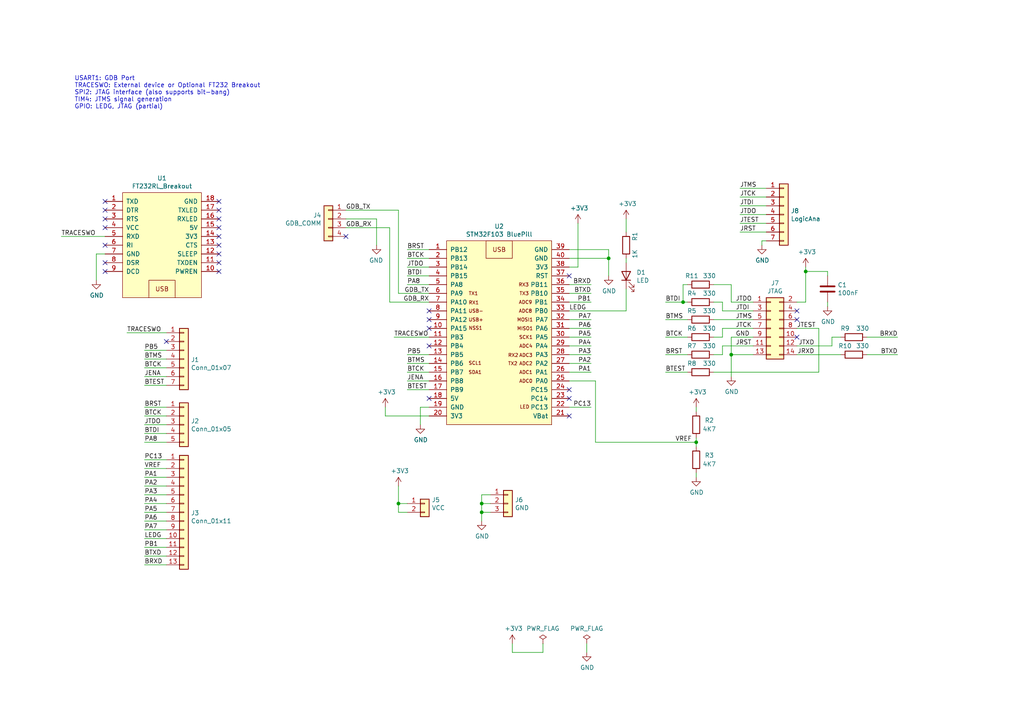
<source format=kicad_sch>
(kicad_sch (version 20211123) (generator eeschema)
  (paper "A4")
  (title_block (title "MSPBMP Development Protoboard") (date "2022-01-09") (rev "3") (company "Mathias Gruber") (comment 1 "With optional TRACE SWO using FT232RL"))
  (lib_symbols
    (symbol "Connector_Generic:Conn_01x02" (pin_names (offset 1.016) hide)
      (property "Reference" "J" (at 0 2.54 0))
      (property "Value" "Conn_01x02" (at 0 -5.08 0))
      (symbol "Conn_01x02_1_1"
        (rectangle (start -1.27 -2.413) (end 0 -2.667) (stroke (width 0.1524)))
        (rectangle (start -1.27 0.127) (end 0 -0.127) (stroke (width 0.1524)))
        (rectangle (start -1.27 1.27) (end 1.27 -3.81) (stroke (width 0.254)) (fill (type background)))
        (pin passive line (at -5.08 0 0) (length 3.81) (name "Pin_1") (number "1"))
        (pin passive line (at -5.08 -2.54 0) (length 3.81) (name "Pin_2") (number "2"))
      )
    )
    (symbol "Connector_Generic:Conn_01x03" (pin_names (offset 1.016) hide)
      (property "Reference" "J" (at 0 5.08 0))
      (property "Value" "Conn_01x03" (at 0 -5.08 0))
      (symbol "Conn_01x03_1_1"
        (rectangle (start -1.27 -2.413) (end 0 -2.667) (stroke (width 0.1524)))
        (rectangle (start -1.27 0.127) (end 0 -0.127) (stroke (width 0.1524)))
        (rectangle (start -1.27 2.667) (end 0 2.413) (stroke (width 0.1524)))
        (rectangle (start -1.27 3.81) (end 1.27 -3.81) (stroke (width 0.254)) (fill (type background)))
        (pin passive line (at -5.08 2.54 0) (length 3.81) (name "Pin_1") (number "1"))
        (pin passive line (at -5.08 0 0) (length 3.81) (name "Pin_2") (number "2"))
        (pin passive line (at -5.08 -2.54 0) (length 3.81) (name "Pin_3") (number "3"))
      )
    )
    (symbol "Connector_Generic:Conn_01x04" (pin_names (offset 1.016) hide)
      (property "Reference" "J" (at 0 5.08 0))
      (property "Value" "Conn_01x04" (at 0 -7.62 0))
      (symbol "Conn_01x04_1_1"
        (rectangle (start -1.27 -4.953) (end 0 -5.207) (stroke (width 0.1524)))
        (rectangle (start -1.27 -2.413) (end 0 -2.667) (stroke (width 0.1524)))
        (rectangle (start -1.27 0.127) (end 0 -0.127) (stroke (width 0.1524)))
        (rectangle (start -1.27 2.667) (end 0 2.413) (stroke (width 0.1524)))
        (rectangle (start -1.27 3.81) (end 1.27 -6.35) (stroke (width 0.254)) (fill (type background)))
        (pin passive line (at -5.08 2.54 0) (length 3.81) (name "Pin_1") (number "1"))
        (pin passive line (at -5.08 0 0) (length 3.81) (name "Pin_2") (number "2"))
        (pin passive line (at -5.08 -2.54 0) (length 3.81) (name "Pin_3") (number "3"))
        (pin passive line (at -5.08 -5.08 0) (length 3.81) (name "Pin_4") (number "4"))
      )
    )
    (symbol "Connector_Generic:Conn_01x05" (pin_names (offset 1.016) hide)
      (property "Reference" "J" (at 0 7.62 0))
      (property "Value" "Conn_01x05" (at 0 -7.62 0))
      (symbol "Conn_01x05_1_1"
        (rectangle (start -1.27 -4.953) (end 0 -5.207) (stroke (width 0.1524)))
        (rectangle (start -1.27 -2.413) (end 0 -2.667) (stroke (width 0.1524)))
        (rectangle (start -1.27 0.127) (end 0 -0.127) (stroke (width 0.1524)))
        (rectangle (start -1.27 2.667) (end 0 2.413) (stroke (width 0.1524)))
        (rectangle (start -1.27 5.207) (end 0 4.953) (stroke (width 0.1524)))
        (rectangle (start -1.27 6.35) (end 1.27 -6.35) (stroke (width 0.254)) (fill (type background)))
        (pin passive line (at -5.08 5.08 0) (length 3.81) (name "Pin_1") (number "1"))
        (pin passive line (at -5.08 2.54 0) (length 3.81) (name "Pin_2") (number "2"))
        (pin passive line (at -5.08 0 0) (length 3.81) (name "Pin_3") (number "3"))
        (pin passive line (at -5.08 -2.54 0) (length 3.81) (name "Pin_4") (number "4"))
        (pin passive line (at -5.08 -5.08 0) (length 3.81) (name "Pin_5") (number "5"))
      )
    )
    (symbol "Connector_Generic:Conn_01x07" (pin_names (offset 1.016) hide)
      (property "Reference" "J" (at 0 10.16 0))
      (property "Value" "Conn_01x07" (at 0 -10.16 0))
      (symbol "Conn_01x07_1_1"
        (rectangle (start -1.27 -7.493) (end 0 -7.747) (stroke (width 0.1524)))
        (rectangle (start -1.27 -4.953) (end 0 -5.207) (stroke (width 0.1524)))
        (rectangle (start -1.27 -2.413) (end 0 -2.667) (stroke (width 0.1524)))
        (rectangle (start -1.27 0.127) (end 0 -0.127) (stroke (width 0.1524)))
        (rectangle (start -1.27 2.667) (end 0 2.413) (stroke (width 0.1524)))
        (rectangle (start -1.27 5.207) (end 0 4.953) (stroke (width 0.1524)))
        (rectangle (start -1.27 7.747) (end 0 7.493) (stroke (width 0.1524)))
        (rectangle (start -1.27 8.89) (end 1.27 -8.89) (stroke (width 0.254)) (fill (type background)))
        (pin passive line (at -5.08 7.62 0) (length 3.81) (name "Pin_1") (number "1"))
        (pin passive line (at -5.08 5.08 0) (length 3.81) (name "Pin_2") (number "2"))
        (pin passive line (at -5.08 2.54 0) (length 3.81) (name "Pin_3") (number "3"))
        (pin passive line (at -5.08 0 0) (length 3.81) (name "Pin_4") (number "4"))
        (pin passive line (at -5.08 -2.54 0) (length 3.81) (name "Pin_5") (number "5"))
        (pin passive line (at -5.08 -5.08 0) (length 3.81) (name "Pin_6") (number "6"))
        (pin passive line (at -5.08 -7.62 0) (length 3.81) (name "Pin_7") (number "7"))
      )
    )
    (symbol "Connector_Generic:Conn_01x13" (pin_names (offset 1.016) hide)
      (property "Reference" "J" (at 0 17.78 0))
      (property "Value" "Conn_01x13" (at 0 -17.78 0))
      (symbol "Conn_01x13_1_1"
        (rectangle (start -1.27 -15.113) (end 0 -15.367) (stroke (width 0.1524)))
        (rectangle (start -1.27 -12.573) (end 0 -12.827) (stroke (width 0.1524)))
        (rectangle (start -1.27 -10.033) (end 0 -10.287) (stroke (width 0.1524)))
        (rectangle (start -1.27 -7.493) (end 0 -7.747) (stroke (width 0.1524)))
        (rectangle (start -1.27 -4.953) (end 0 -5.207) (stroke (width 0.1524)))
        (rectangle (start -1.27 -2.413) (end 0 -2.667) (stroke (width 0.1524)))
        (rectangle (start -1.27 0.127) (end 0 -0.127) (stroke (width 0.1524)))
        (rectangle (start -1.27 2.667) (end 0 2.413) (stroke (width 0.1524)))
        (rectangle (start -1.27 5.207) (end 0 4.953) (stroke (width 0.1524)))
        (rectangle (start -1.27 7.747) (end 0 7.493) (stroke (width 0.1524)))
        (rectangle (start -1.27 10.287) (end 0 10.033) (stroke (width 0.1524)))
        (rectangle (start -1.27 12.827) (end 0 12.573) (stroke (width 0.1524)))
        (rectangle (start -1.27 15.367) (end 0 15.113) (stroke (width 0.1524)))
        (rectangle (start -1.27 16.51) (end 1.27 -16.51) (stroke (width 0.254)) (fill (type background)))
        (pin passive line (at -5.08 15.24 0) (length 3.81) (name "Pin_1") (number "1"))
        (pin passive line (at -5.08 -7.62 0) (length 3.81) (name "Pin_10") (number "10"))
        (pin passive line (at -5.08 -10.16 0) (length 3.81) (name "Pin_11") (number "11"))
        (pin passive line (at -5.08 -12.7 0) (length 3.81) (name "Pin_12") (number "12"))
        (pin passive line (at -5.08 -15.24 0) (length 3.81) (name "Pin_13") (number "13"))
        (pin passive line (at -5.08 12.7 0) (length 3.81) (name "Pin_2") (number "2"))
        (pin passive line (at -5.08 10.16 0) (length 3.81) (name "Pin_3") (number "3"))
        (pin passive line (at -5.08 7.62 0) (length 3.81) (name "Pin_4") (number "4"))
        (pin passive line (at -5.08 5.08 0) (length 3.81) (name "Pin_5") (number "5"))
        (pin passive line (at -5.08 2.54 0) (length 3.81) (name "Pin_6") (number "6"))
        (pin passive line (at -5.08 0 0) (length 3.81) (name "Pin_7") (number "7"))
        (pin passive line (at -5.08 -2.54 0) (length 3.81) (name "Pin_8") (number "8"))
        (pin passive line (at -5.08 -5.08 0) (length 3.81) (name "Pin_9") (number "9"))
      )
    )
    (symbol "Connector_Generic:Conn_02x07_Odd_Even" (pin_names (offset 1.016) hide)
      (property "Reference" "J" (at 1.27 10.16 0))
      (property "Value" "Conn_02x07_Odd_Even" (at 1.27 -10.16 0))
      (symbol "Conn_02x07_Odd_Even_1_1"
        (rectangle (start -1.27 -7.493) (end 0 -7.747) (stroke (width 0.1524)))
        (rectangle (start -1.27 -4.953) (end 0 -5.207) (stroke (width 0.1524)))
        (rectangle (start -1.27 -2.413) (end 0 -2.667) (stroke (width 0.1524)))
        (rectangle (start -1.27 0.127) (end 0 -0.127) (stroke (width 0.1524)))
        (rectangle (start -1.27 2.667) (end 0 2.413) (stroke (width 0.1524)))
        (rectangle (start -1.27 5.207) (end 0 4.953) (stroke (width 0.1524)))
        (rectangle (start -1.27 7.747) (end 0 7.493) (stroke (width 0.1524)))
        (rectangle (start -1.27 8.89) (end 3.81 -8.89) (stroke (width 0.254)) (fill (type background)))
        (rectangle (start 3.81 -7.493) (end 2.54 -7.747) (stroke (width 0.1524)))
        (rectangle (start 3.81 -4.953) (end 2.54 -5.207) (stroke (width 0.1524)))
        (rectangle (start 3.81 -2.413) (end 2.54 -2.667) (stroke (width 0.1524)))
        (rectangle (start 3.81 0.127) (end 2.54 -0.127) (stroke (width 0.1524)))
        (rectangle (start 3.81 2.667) (end 2.54 2.413) (stroke (width 0.1524)))
        (rectangle (start 3.81 5.207) (end 2.54 4.953) (stroke (width 0.1524)))
        (rectangle (start 3.81 7.747) (end 2.54 7.493) (stroke (width 0.1524)))
        (pin passive line (at -5.08 7.62 0) (length 3.81) (name "Pin_1") (number "1"))
        (pin passive line (at 7.62 -2.54 180) (length 3.81) (name "Pin_10") (number "10"))
        (pin passive line (at -5.08 -5.08 0) (length 3.81) (name "Pin_11") (number "11"))
        (pin passive line (at 7.62 -5.08 180) (length 3.81) (name "Pin_12") (number "12"))
        (pin passive line (at -5.08 -7.62 0) (length 3.81) (name "Pin_13") (number "13"))
        (pin passive line (at 7.62 -7.62 180) (length 3.81) (name "Pin_14") (number "14"))
        (pin passive line (at 7.62 7.62 180) (length 3.81) (name "Pin_2") (number "2"))
        (pin passive line (at -5.08 5.08 0) (length 3.81) (name "Pin_3") (number "3"))
        (pin passive line (at 7.62 5.08 180) (length 3.81) (name "Pin_4") (number "4"))
        (pin passive line (at -5.08 2.54 0) (length 3.81) (name "Pin_5") (number "5"))
        (pin passive line (at 7.62 2.54 180) (length 3.81) (name "Pin_6") (number "6"))
        (pin passive line (at -5.08 0 0) (length 3.81) (name "Pin_7") (number "7"))
        (pin passive line (at 7.62 0 180) (length 3.81) (name "Pin_8") (number "8"))
        (pin passive line (at -5.08 -2.54 0) (length 3.81) (name "Pin_9") (number "9"))
      )
    )
    (symbol "Device:C" (pin_numbers hide) (pin_names (offset 0.254))
      (property "Reference" "C" (at 0.635 2.54 0))
      (property "Value" "C" (at 0.635 -2.54 0))
      (symbol "C_0_1"
        (polyline (pts (xy -2.032 -0.762) (xy 2.032 -0.762)) (stroke (width 0.508)))
        (polyline (pts (xy -2.032 0.762) (xy 2.032 0.762)) (stroke (width 0.508)))
      )
      (symbol "C_1_1"
        (pin passive line (at 0 3.81 270) (length 2.794) (name "~") (number "1"))
        (pin passive line (at 0 -3.81 90) (length 2.794) (name "~") (number "2"))
      )
    )
    (symbol "Device:LED" (pin_numbers hide) (pin_names (offset 1.016) hide)
      (property "Reference" "D" (at 0 2.54 0))
      (property "Value" "LED" (at 0 -2.54 0))
      (symbol "LED_0_1"
        (polyline (pts (xy -1.27 -1.27) (xy -1.27 1.27)) (stroke (width 0.254)))
        (polyline (pts (xy -1.27 0) (xy 1.27 0)))
        (polyline (pts (xy 1.27 -1.27) (xy 1.27 1.27) (xy -1.27 0) (xy 1.27 -1.27)) (stroke (width 0.254)))
        (polyline (pts (xy -3.048 -0.762) (xy -4.572 -2.286) (xy -3.81 -2.286) (xy -4.572 -2.286) (xy -4.572 -1.524)))
        (polyline (pts (xy -1.778 -0.762) (xy -3.302 -2.286) (xy -2.54 -2.286) (xy -3.302 -2.286) (xy -3.302 -1.524)))
      )
      (symbol "LED_1_1"
        (pin passive line (at -3.81 0 0) (length 2.54) (name "K") (number "1"))
        (pin passive line (at 3.81 0 180) (length 2.54) (name "A") (number "2"))
      )
    )
    (symbol "Device:R" (pin_numbers hide) (pin_names (offset 0))
      (property "Reference" "R" (at 2.032 0 90))
      (property "Value" "R" (at 0 0 90))
      (symbol "R_0_1"
        (rectangle (start -1.016 -2.54) (end 1.016 2.54) (stroke (width 0.254)))
      )
      (symbol "R_1_1"
        (pin passive line (at 0 3.81 270) (length 1.27) (name "~") (number "1"))
        (pin passive line (at 0 -3.81 90) (length 1.27) (name "~") (number "2"))
      )
    )
    (symbol "FT232RL_Breakout:FT232RL_Breakout" (pin_names (offset 1.016))
      (property "Reference" "U" (at -8.89 16.51 0))
      (property "Value" "FT232RL_Breakout" (at 0 2.54 90))
      (symbol "FT232RL_Breakout_0_0"
        (text "USB" (at 0 -12.7 0) (effects (font (size 1.27 1.27))))
      )
      (symbol "FT232RL_Breakout_0_1"
        (rectangle (start -11.43 15.24) (end 11.43 -15.24) (fill (type background)))
        (rectangle (start 3.81 -10.16) (end -3.81 -15.24))
      )
      (symbol "FT232RL_Breakout_1_1"
        (pin output line (at -16.51 12.7 0) (length 5.08) (name "TXD") (number "1"))
        (pin bidirectional line (at 16.51 -7.62 180) (length 5.08) (name "PWREN") (number "10"))
        (pin bidirectional line (at 16.51 -5.08 180) (length 5.08) (name "TXDEN") (number "11"))
        (pin bidirectional line (at 16.51 -2.54 180) (length 5.08) (name "SLEEP") (number "12"))
        (pin input line (at 16.51 0 180) (length 5.08) (name "CTS") (number "13"))
        (pin power_out line (at 16.51 2.54 180) (length 5.08) (name "3V3") (number "14"))
        (pin power_out line (at 16.51 5.08 180) (length 5.08) (name "5V") (number "15"))
        (pin bidirectional line (at 16.51 7.62 180) (length 5.08) (name "RXLED") (number "16"))
        (pin bidirectional line (at 16.51 10.16 180) (length 5.08) (name "TXLED") (number "17"))
        (pin power_in line (at 16.51 12.7 180) (length 5.08) (name "GND") (number "18"))
        (pin output line (at -16.51 10.16 0) (length 5.08) (name "DTR") (number "2"))
        (pin output line (at -16.51 7.62 0) (length 5.08) (name "RTS") (number "3"))
        (pin power_out line (at -16.51 5.08 0) (length 5.08) (name "VCC") (number "4"))
        (pin input line (at -16.51 2.54 0) (length 5.08) (name "RXD") (number "5"))
        (pin input line (at -16.51 0 0) (length 5.08) (name "RI") (number "6"))
        (pin power_in line (at -16.51 -2.54 0) (length 5.08) (name "GND") (number "7"))
        (pin input line (at -16.51 -5.08 0) (length 5.08) (name "DSR") (number "8"))
        (pin input line (at -16.51 -7.62 0) (length 5.08) (name "DCD") (number "9"))
      )
    )
    (symbol "YAAJ_BluePill_Part_Like:YAAJ_BluePill_Part_Like" (pin_names (offset 1.016))
      (property "Reference" "U" (at -7.62 26.67 0))
      (property "Value" "YAAJ_BluePill_Part_Like" (at 0 2.54 90))
      (symbol "YAAJ_BluePill_Part_Like_0_0"
        (text "ADC0" (at 7.747 -15.24 0) (effects (font (size 0.9906 0.9906))))
        (text "ADC1" (at 7.747 -12.7 0) (effects (font (size 0.9906 0.9906))))
        (text "ADC2" (at 7.747 -10.16 0) (effects (font (size 0.9906 0.9906))))
        (text "ADC3" (at 7.747 -7.747 0) (effects (font (size 0.9906 0.9906))))
        (text "ADC4" (at 7.747 -5.08 0) (effects (font (size 0.9906 0.9906))))
        (text "ADC8" (at 7.62 5.08 0) (effects (font (size 0.9906 0.9906))))
        (text "ADC9" (at 7.62 7.62 0) (effects (font (size 0.9906 0.9906))))
        (text "LED" (at 7.366 -22.733 0) (effects (font (size 0.9906 0.9906))))
        (text "MISO1" (at 7.493 0 0) (effects (font (size 0.9906 0.9906))))
        (text "MOSI1" (at 7.493 2.54 0) (effects (font (size 0.9906 0.9906))))
        (text "NSS1" (at -6.858 0.127 0) (effects (font (size 0.9906 0.9906))))
        (text "RX1" (at -7.366 7.493 0) (effects (font (size 0.9906 0.9906))))
        (text "RX2" (at 4.064 -7.747 0) (effects (font (size 0.9906 0.9906))))
        (text "RX3" (at 7.112 12.7 0) (effects (font (size 0.9906 0.9906))))
        (text "SCK1" (at 7.747 -2.54 0) (effects (font (size 0.9906 0.9906))))
        (text "SCL1" (at -6.985 -10.033 0) (effects (font (size 0.9906 0.9906))))
        (text "SDA1" (at -6.985 -12.7 0) (effects (font (size 0.9906 0.9906))))
        (text "TX1" (at -7.493 10.16 0) (effects (font (size 0.9906 0.9906))))
        (text "TX2" (at 3.937 -10.16 0) (effects (font (size 0.9906 0.9906))))
        (text "TX3" (at 7.239 10.16 0) (effects (font (size 0.9906 0.9906))))
        (text "USB" (at 0 22.86 0) (effects (font (size 1.27 1.27))))
        (text "USB+" (at -6.731 2.54 0) (effects (font (size 0.9906 0.9906))))
        (text "USB-" (at -6.731 5.08 0) (effects (font (size 0.9906 0.9906))))
      )
      (symbol "YAAJ_BluePill_Part_Like_0_1"
        (rectangle (start -15.24 25.4) (end 15.24 -27.94) (fill (type background)))
        (rectangle (start 3.81 25.4) (end -3.81 20.32))
      )
      (symbol "YAAJ_BluePill_Part_Like_1_1"
        (pin bidirectional line (at -20.32 22.86 0) (length 5.08) (name "PB12") (number "1"))
        (pin bidirectional line (at -20.32 0 0) (length 5.08) (name "PA15") (number "10"))
        (pin bidirectional line (at -20.32 -2.54 0) (length 5.08) (name "PB3") (number "11"))
        (pin bidirectional line (at -20.32 -5.08 0) (length 5.08) (name "PB4") (number "12"))
        (pin bidirectional line (at -20.32 -7.62 0) (length 5.08) (name "PB5") (number "13"))
        (pin bidirectional line (at -20.32 -10.16 0) (length 5.08) (name "PB6") (number "14"))
        (pin bidirectional line (at -20.32 -12.7 0) (length 5.08) (name "PB7") (number "15"))
        (pin bidirectional line (at -20.32 -15.24 0) (length 5.08) (name "PB8") (number "16"))
        (pin bidirectional line (at -20.32 -17.78 0) (length 5.08) (name "PB9") (number "17"))
        (pin power_in line (at -20.32 -20.32 0) (length 5.08) (name "5V") (number "18"))
        (pin power_in line (at -20.32 -22.86 0) (length 5.08) (name "GND") (number "19"))
        (pin bidirectional line (at -20.32 20.32 0) (length 5.08) (name "PB13") (number "2"))
        (pin power_in line (at -20.32 -25.4 0) (length 5.08) (name "3V3") (number "20"))
        (pin power_in line (at 20.32 -25.4 180) (length 5.08) (name "VBat") (number "21"))
        (pin bidirectional line (at 20.32 -22.86 180) (length 5.08) (name "PC13") (number "22"))
        (pin bidirectional line (at 20.32 -20.32 180) (length 5.08) (name "PC14") (number "23"))
        (pin bidirectional line (at 20.32 -17.78 180) (length 5.08) (name "PC15") (number "24"))
        (pin bidirectional line (at 20.32 -15.24 180) (length 5.08) (name "PA0") (number "25"))
        (pin bidirectional line (at 20.32 -12.7 180) (length 5.08) (name "PA1") (number "26"))
        (pin bidirectional line (at 20.32 -10.16 180) (length 5.08) (name "PA2") (number "27"))
        (pin bidirectional line (at 20.32 -7.62 180) (length 5.08) (name "PA3") (number "28"))
        (pin bidirectional line (at 20.32 -5.08 180) (length 5.08) (name "PA4") (number "29"))
        (pin bidirectional line (at -20.32 17.78 0) (length 5.08) (name "PB14") (number "3"))
        (pin bidirectional line (at 20.32 -2.54 180) (length 5.08) (name "PA5") (number "30"))
        (pin bidirectional line (at 20.32 0 180) (length 5.08) (name "PA6") (number "31"))
        (pin bidirectional line (at 20.32 2.54 180) (length 5.08) (name "PA7") (number "32"))
        (pin bidirectional line (at 20.32 5.08 180) (length 5.08) (name "PB0") (number "33"))
        (pin bidirectional line (at 20.32 7.62 180) (length 5.08) (name "PB1") (number "34"))
        (pin bidirectional line (at 20.32 10.16 180) (length 5.08) (name "PB10") (number "35"))
        (pin bidirectional line (at 20.32 12.7 180) (length 5.08) (name "PB11") (number "36"))
        (pin input line (at 20.32 15.24 180) (length 5.08) (name "RST") (number "37"))
        (pin power_in line (at 20.32 17.78 180) (length 5.08) (name "3V3") (number "38"))
        (pin power_in line (at 20.32 22.86 180) (length 5.08) (name "GND") (number "39"))
        (pin bidirectional line (at -20.32 15.24 0) (length 5.08) (name "PB15") (number "4"))
        (pin power_in line (at 20.32 20.32 180) (length 5.08) (name "GND") (number "40"))
        (pin bidirectional line (at -20.32 12.7 0) (length 5.08) (name "PA8") (number "5"))
        (pin bidirectional line (at -20.32 10.16 0) (length 5.08) (name "PA9") (number "6"))
        (pin bidirectional line (at -20.32 7.62 0) (length 5.08) (name "PA10") (number "7"))
        (pin bidirectional line (at -20.32 5.08 0) (length 5.08) (name "PA11") (number "8"))
        (pin bidirectional line (at -20.32 2.54 0) (length 5.08) (name "PA12") (number "9"))
      )
    )
    (symbol "power:+3V3" (power) (pin_names (offset 0))
      (property "Value" "+3V3" (at 0 3.556 0))
      (symbol "+3V3_0_1"
        (polyline (pts (xy -0.762 1.27) (xy 0 2.54)))
        (polyline (pts (xy 0 0) (xy 0 2.54)))
        (polyline (pts (xy 0 2.54) (xy 0.762 1.27)))
      )
      (symbol "+3V3_1_1"
        (pin power_in line (at 0 0 90) (length 0) hide (name "+3V3") (number "1"))
      )
    )
    (symbol "power:GND" (power) (pin_names (offset 0))
      (property "Value" "GND" (at 0 -3.81 0))
      (symbol "GND_0_1"
        (polyline (pts (xy 0 0) (xy 0 -1.27) (xy 1.27 -1.27) (xy 0 -2.54) (xy -1.27 -1.27) (xy 0 -1.27)))
      )
      (symbol "GND_1_1"
        (pin power_in line (at 0 0 270) (length 0) hide (name "GND") (number "1"))
      )
    )
    (symbol "power:PWR_FLAG" (power) (pin_numbers hide) (pin_names (offset 0) hide)
      (property "Value" "PWR_FLAG" (at 0 3.81 0))
      (symbol "PWR_FLAG_0_0"
        (pin power_out line (at 0 0 90) (length 0) (name "pwr") (number "1"))
      )
      (symbol "PWR_FLAG_0_1"
        (polyline (pts (xy 0 0) (xy 0 1.27) (xy -1.016 1.905) (xy 0 2.54) (xy 1.016 1.905) (xy 0 1.27)))
      )
    )
  )
  (junction (at 115.57 146.05))
  (junction (at 139.7 148.59))
  (junction (at 176.53 74.93))
  (junction (at 198.12 87.63))
  (junction (at 212.09 102.87))
  (junction (at 139.7 146.05))
  (junction (at 233.68 78.74))
  (junction (at 201.93 128.27))
  (no_connect (at 124.46 115.57))
  (no_connect (at 165.1 113.03))
  (no_connect (at 63.5 60.96))
  (no_connect (at 124.46 90.17))
  (no_connect (at 30.48 63.5))
  (no_connect (at 30.48 78.74))
  (no_connect (at 30.48 76.2))
  (no_connect (at 231.14 90.17))
  (no_connect (at 165.1 80.01))
  (no_connect (at 30.48 71.12))
  (no_connect (at 63.5 63.5))
  (no_connect (at 63.5 58.42))
  (no_connect (at 63.5 76.2))
  (no_connect (at 30.48 66.04))
  (no_connect (at 30.48 60.96))
  (no_connect (at 124.46 100.33))
  (no_connect (at 63.5 68.58))
  (no_connect (at 63.5 66.04))
  (no_connect (at 124.46 92.71))
  (no_connect (at 100.33 68.58))
  (no_connect (at 124.46 95.25))
  (no_connect (at 231.14 97.79))
  (no_connect (at 165.1 120.65))
  (no_connect (at 165.1 115.57))
  (no_connect (at 30.48 58.42))
  (no_connect (at 63.5 71.12))
  (no_connect (at 63.5 73.66))
  (no_connect (at 231.14 92.71))
  (no_connect (at 63.5 78.74))
  (no_connect (at 48.26 99.06))
  (wire (pts (xy 139.7 151.13) (xy 139.7 148.59)))
  (wire (pts (xy 115.57 140.97) (xy 115.57 146.05)))
  (wire (pts (xy 170.18 189.23) (xy 170.18 186.69)))
  (wire (pts (xy 165.1 72.39) (xy 176.53 72.39)))
  (wire (pts (xy 172.72 110.49) (xy 172.72 128.27)))
  (wire (pts (xy 218.44 87.63) (xy 212.09 87.63)))
  (wire (pts (xy 181.61 90.17) (xy 165.1 90.17)))
  (wire (pts (xy 124.46 85.09) (xy 115.57 85.09)))
  (wire (pts (xy 48.26 163.83) (xy 41.91 163.83)))
  (wire (pts (xy 165.1 110.49) (xy 172.72 110.49)))
  (wire (pts (xy 212.09 97.79) (xy 212.09 102.87)))
  (wire (pts (xy 30.48 68.58) (xy 17.78 68.58)))
  (wire (pts (xy 209.55 97.79) (xy 207.01 97.79)))
  (wire (pts (xy 241.3 97.79) (xy 243.84 97.79)))
  (wire (pts (xy 209.55 102.87) (xy 207.01 102.87)))
  (wire (pts (xy 181.61 83.82) (xy 181.61 90.17)))
  (wire (pts (xy 212.09 102.87) (xy 212.09 109.22)))
  (wire (pts (xy 181.61 67.31) (xy 181.61 63.5)))
  (wire (pts (xy 115.57 85.09) (xy 115.57 60.96)))
  (wire (pts (xy 237.49 95.25) (xy 237.49 107.95)))
  (wire (pts (xy 218.44 97.79) (xy 212.09 97.79)))
  (wire (pts (xy 199.39 82.55) (xy 198.12 82.55)))
  (wire (pts (xy 124.46 72.39) (xy 118.11 72.39)))
  (wire (pts (xy 172.72 128.27) (xy 201.93 128.27)))
  (wire (pts (xy 222.25 62.23) (xy 214.63 62.23)))
  (wire (pts (xy 124.46 97.79) (xy 114.3 97.79)))
  (wire (pts (xy 109.22 63.5) (xy 109.22 71.12)))
  (wire (pts (xy 124.46 107.95) (xy 118.11 107.95)))
  (wire (pts (xy 251.46 102.87) (xy 260.35 102.87)))
  (wire (pts (xy 142.24 146.05) (xy 139.7 146.05)))
  (wire (pts (xy 48.26 104.14) (xy 41.91 104.14)))
  (wire (pts (xy 240.03 80.01) (xy 240.03 78.74)))
  (wire (pts (xy 199.39 97.79) (xy 193.04 97.79)))
  (wire (pts (xy 48.26 133.35) (xy 41.91 133.35)))
  (wire (pts (xy 233.68 78.74) (xy 233.68 77.47)))
  (wire (pts (xy 218.44 102.87) (xy 212.09 102.87)))
  (wire (pts (xy 48.26 161.29) (xy 41.91 161.29)))
  (wire (pts (xy 100.33 60.96) (xy 115.57 60.96)))
  (wire (pts (xy 48.26 146.05) (xy 41.91 146.05)))
  (wire (pts (xy 212.09 82.55) (xy 207.01 82.55)))
  (wire (pts (xy 48.26 158.75) (xy 41.91 158.75)))
  (wire (pts (xy 165.1 92.71) (xy 171.45 92.71)))
  (wire (pts (xy 124.46 74.93) (xy 118.11 74.93)))
  (wire (pts (xy 241.3 100.33) (xy 241.3 97.79)))
  (wire (pts (xy 157.48 189.23) (xy 148.59 189.23)))
  (wire (pts (xy 240.03 88.9) (xy 240.03 87.63)))
  (wire (pts (xy 198.12 82.55) (xy 198.12 87.63)))
  (wire (pts (xy 181.61 76.2) (xy 181.61 74.93)))
  (wire (pts (xy 48.26 148.59) (xy 41.91 148.59)))
  (wire (pts (xy 237.49 107.95) (xy 207.01 107.95)))
  (wire (pts (xy 222.25 67.31) (xy 214.63 67.31)))
  (wire (pts (xy 165.1 74.93) (xy 176.53 74.93)))
  (wire (pts (xy 48.26 96.52) (xy 36.83 96.52)))
  (wire (pts (xy 165.1 87.63) (xy 171.45 87.63)))
  (wire (pts (xy 100.33 63.5) (xy 109.22 63.5)))
  (wire (pts (xy 199.39 102.87) (xy 193.04 102.87)))
  (wire (pts (xy 48.26 125.73) (xy 41.91 125.73)))
  (wire (pts (xy 222.25 64.77) (xy 214.63 64.77)))
  (wire (pts (xy 48.26 128.27) (xy 41.91 128.27)))
  (wire (pts (xy 212.09 87.63) (xy 212.09 82.55)))
  (wire (pts (xy 139.7 146.05) (xy 139.7 143.51)))
  (wire (pts (xy 48.26 118.11) (xy 41.91 118.11)))
  (wire (pts (xy 48.26 138.43) (xy 41.91 138.43)))
  (wire (pts (xy 124.46 113.03) (xy 118.11 113.03)))
  (wire (pts (xy 209.55 90.17) (xy 209.55 87.63)))
  (wire (pts (xy 100.33 66.04) (xy 113.03 66.04)))
  (wire (pts (xy 193.04 87.63) (xy 198.12 87.63)))
  (wire (pts (xy 142.24 148.59) (xy 139.7 148.59)))
  (wire (pts (xy 157.48 186.69) (xy 157.48 189.23)))
  (wire (pts (xy 231.14 102.87) (xy 243.84 102.87)))
  (wire (pts (xy 220.98 71.12) (xy 220.98 69.85)))
  (wire (pts (xy 201.93 137.16) (xy 201.93 138.43)))
  (wire (pts (xy 222.25 57.15) (xy 214.63 57.15)))
  (wire (pts (xy 209.55 95.25) (xy 209.55 97.79)))
  (wire (pts (xy 118.11 146.05) (xy 115.57 146.05)))
  (wire (pts (xy 193.04 107.95) (xy 199.39 107.95)))
  (wire (pts (xy 148.59 189.23) (xy 148.59 186.69)))
  (wire (pts (xy 218.44 90.17) (xy 209.55 90.17)))
  (wire (pts (xy 233.68 87.63) (xy 233.68 78.74)))
  (wire (pts (xy 124.46 77.47) (xy 118.11 77.47)))
  (wire (pts (xy 165.1 105.41) (xy 171.45 105.41)))
  (wire (pts (xy 124.46 80.01) (xy 118.11 80.01)))
  (wire (pts (xy 165.1 97.79) (xy 171.45 97.79)))
  (wire (pts (xy 48.26 156.21) (xy 41.91 156.21)))
  (wire (pts (xy 115.57 146.05) (xy 115.57 148.59)))
  (wire (pts (xy 167.64 64.77) (xy 167.64 77.47)))
  (wire (pts (xy 165.1 118.11) (xy 171.45 118.11)))
  (wire (pts (xy 176.53 72.39) (xy 176.53 74.93)))
  (wire (pts (xy 231.14 100.33) (xy 241.3 100.33)))
  (wire (pts (xy 48.26 120.65) (xy 41.91 120.65)))
  (wire (pts (xy 165.1 100.33) (xy 171.45 100.33)))
  (wire (pts (xy 30.48 73.66) (xy 27.94 73.66)))
  (wire (pts (xy 124.46 105.41) (xy 118.11 105.41)))
  (wire (pts (xy 165.1 85.09) (xy 171.45 85.09)))
  (wire (pts (xy 201.93 127) (xy 201.93 128.27)))
  (wire (pts (xy 218.44 100.33) (xy 209.55 100.33)))
  (wire (pts (xy 222.25 59.69) (xy 214.63 59.69)))
  (wire (pts (xy 48.26 135.89) (xy 41.91 135.89)))
  (wire (pts (xy 48.26 153.67) (xy 41.91 153.67)))
  (wire (pts (xy 209.55 87.63) (xy 207.01 87.63)))
  (wire (pts (xy 48.26 111.76) (xy 41.91 111.76)))
  (wire (pts (xy 124.46 118.11) (xy 121.92 118.11)))
  (wire (pts (xy 48.26 140.97) (xy 41.91 140.97)))
  (wire (pts (xy 124.46 87.63) (xy 113.03 87.63)))
  (wire (pts (xy 48.26 109.22) (xy 41.91 109.22)))
  (wire (pts (xy 115.57 148.59) (xy 118.11 148.59)))
  (wire (pts (xy 231.14 87.63) (xy 233.68 87.63)))
  (wire (pts (xy 111.76 120.65) (xy 111.76 118.11)))
  (wire (pts (xy 240.03 78.74) (xy 233.68 78.74)))
  (wire (pts (xy 198.12 87.63) (xy 199.39 87.63)))
  (wire (pts (xy 218.44 95.25) (xy 209.55 95.25)))
  (wire (pts (xy 176.53 74.93) (xy 176.53 80.01)))
  (wire (pts (xy 113.03 87.63) (xy 113.03 66.04)))
  (wire (pts (xy 139.7 143.51) (xy 142.24 143.51)))
  (wire (pts (xy 121.92 118.11) (xy 121.92 123.19)))
  (wire (pts (xy 201.93 128.27) (xy 201.93 129.54)))
  (wire (pts (xy 218.44 92.71) (xy 207.01 92.71)))
  (wire (pts (xy 124.46 82.55) (xy 118.11 82.55)))
  (wire (pts (xy 48.26 101.6) (xy 41.91 101.6)))
  (wire (pts (xy 48.26 143.51) (xy 41.91 143.51)))
  (wire (pts (xy 165.1 82.55) (xy 171.45 82.55)))
  (wire (pts (xy 199.39 92.71) (xy 193.04 92.71)))
  (wire (pts (xy 124.46 120.65) (xy 111.76 120.65)))
  (wire (pts (xy 201.93 118.11) (xy 201.93 119.38)))
  (wire (pts (xy 27.94 73.66) (xy 27.94 81.28)))
  (wire (pts (xy 139.7 148.59) (xy 139.7 146.05)))
  (wire (pts (xy 48.26 151.13) (xy 41.91 151.13)))
  (wire (pts (xy 124.46 102.87) (xy 118.11 102.87)))
  (wire (pts (xy 165.1 95.25) (xy 171.45 95.25)))
  (wire (pts (xy 48.26 123.19) (xy 41.91 123.19)))
  (wire (pts (xy 222.25 54.61) (xy 214.63 54.61)))
  (wire (pts (xy 231.14 95.25) (xy 237.49 95.25)))
  (wire (pts (xy 220.98 69.85) (xy 222.25 69.85)))
  (wire (pts (xy 209.55 100.33) (xy 209.55 102.87)))
  (wire (pts (xy 165.1 77.47) (xy 167.64 77.47)))
  (wire (pts (xy 251.46 97.79) (xy 260.35 97.79)))
  (wire (pts (xy 48.26 106.68) (xy 41.91 106.68)))
  (wire (pts (xy 165.1 102.87) (xy 171.45 102.87)))
  (wire (pts (xy 124.46 110.49) (xy 118.11 110.49)))
  (wire (pts (xy 165.1 107.95) (xy 171.45 107.95)))
  (text "USART1: GDB Port\nTRACESWO: External device or Optional FT232 Breakout\nSPI2: JTAG interface (also supports bit-bang)\nTIM4: JTMS signal generation\nGPIO: LEDG, JTAG (partial)" (at 21.59 31.75 0) (effects (font (size 1.27 1.27)) (justify left bottom)))
  (label "PA4" (at 171.45 100.33 180))
  (label "JENA" (at 41.91 109.22 0))
  (label "TRACESWO" (at 36.83 96.52 0))
  (label "BTCK" (at 41.91 120.65 0))
  (label "PB5" (at 118.11 102.87 0))
  (label "PA6" (at 171.45 95.25 180))
  (label "BTDI" (at 118.11 80.01 0))
  (label "JTCK" (at 214.63 57.15 0))
  (label "JTMS" (at 214.63 54.61 0))
  (label "BRST" (at 118.11 72.39 0))
  (label "PA2" (at 41.91 140.97 0))
  (label "PB1" (at 41.91 158.75 0))
  (label "BTMS" (at 193.04 92.71 0))
  (label "PA5" (at 171.45 97.79 180))
  (label "JTEST" (at 231.14 95.25 0))
  (label "BTXD" (at 260.35 102.87 180))
  (label "BTCK" (at 41.91 106.68 0))
  (label "JTDO" (at 214.63 62.23 0))
  (label "JENA" (at 118.11 110.49 0))
  (label "PA8" (at 118.11 82.55 0))
  (label "BTDI" (at 41.91 125.73 0))
  (label "PA3" (at 41.91 143.51 0))
  (label "PA1" (at 41.91 138.43 0))
  (label "JRST" (at 214.63 67.31 0))
  (label "JRST" (at 213.36 100.33 0))
  (label "JTEST" (at 214.63 64.77 0))
  (label "GDB_TX" (at 100.33 60.96 0))
  (label "BTCK" (at 118.11 74.93 0))
  (label "JTMS" (at 213.36 92.71 0))
  (label "PA2" (at 171.45 105.41 180))
  (label "BTEST" (at 118.11 113.03 0))
  (label "BTMS" (at 118.11 105.41 0))
  (label "PA1" (at 171.45 107.95 180))
  (label "GDB_TX" (at 124.46 85.09 180))
  (label "TRACESWO" (at 17.78 68.58 0))
  (label "PA4" (at 41.91 146.05 0))
  (label "BRXD" (at 260.35 97.79 180))
  (label "BTEST" (at 193.04 107.95 0))
  (label "PA5" (at 41.91 148.59 0))
  (label "PA7" (at 171.45 92.71 180))
  (label "PA7" (at 41.91 153.67 0))
  (label "JTDO" (at 213.36 87.63 0))
  (label "JTXD" (at 236.22 100.33 180))
  (label "JRXD" (at 236.22 102.87 180))
  (label "GDB_RX" (at 100.33 66.04 0))
  (label "BTEST" (at 41.91 111.76 0))
  (label "PC13" (at 171.45 118.11 180))
  (label "BTCK" (at 193.04 97.79 0))
  (label "TRACESWO" (at 114.3 97.79 0))
  (label "PB1" (at 171.45 87.63 180))
  (label "BTMS" (at 41.91 104.14 0))
  (label "LEDG" (at 41.91 156.21 0))
  (label "JTDI" (at 213.36 90.17 0))
  (label "JTDO" (at 118.11 77.47 0))
  (label "GND" (at 213.36 97.79 0))
  (label "PA8" (at 41.91 128.27 0))
  (label "BRXD" (at 41.91 163.83 0))
  (label "JTDI" (at 214.63 59.69 0))
  (label "BTXD" (at 171.45 85.09 180))
  (label "BRXD" (at 171.45 82.55 180))
  (label "PB5" (at 41.91 101.6 0))
  (label "BRST" (at 41.91 118.11 0))
  (label "BRST" (at 193.04 102.87 0))
  (label "JTDO" (at 41.91 123.19 0))
  (label "LEDG" (at 165.1 90.17 0))
  (label "BTXD" (at 41.91 161.29 0))
  (label "PA6" (at 41.91 151.13 0))
  (label "VREF" (at 200.66 128.27 180))
  (label "PC13" (at 41.91 133.35 0))
  (label "BTCK" (at 118.11 107.95 0))
  (label "JTCK" (at 213.36 95.25 0))
  (label "GDB_RX" (at 124.46 87.63 180))
  (label "VREF" (at 41.91 135.89 0))
  (label "BTDI" (at 193.04 87.63 0))
  (label "PA3" (at 171.45 102.87 180))
  (symbol (lib_id "YAAJ_BluePill_Part_Like:YAAJ_BluePill_Part_Like") (at 144.78 95.25 0) (unit 1)
    (property "Reference" "U2" (at 144.78 65.659 0))
    (property "Value" "STM32F103 BluePill" (at 144.78 67.9704 0))
    (property "Footprint" "lib:YAAJ_BluePill_1" (effects hide))
  )
  (symbol (lib_id "Connector_Generic:Conn_02x07_Odd_Even") (at 223.52 95.25 0) (unit 1)
    (property "Reference" "J7" (at 224.79 82.1182 0))
    (property "Value" "JTAG" (at 224.79 84.4296 0))
    (property "Footprint" "Connector_IDC:IDC-Header_2x07_P2.54mm_Vertical" (effects hide))
  )
  (symbol (lib_id "power:+3V3") (at 233.68 77.47 0) (unit 1)
    (property "Reference" "#PWR015" (effects hide))
    (property "Value" "+3V3" (at 234.061 73.0758 0))
  )
  (symbol (lib_id "Device:R") (at 181.61 71.12 180) (unit 1)
    (property "Reference" "R1" (at 184.15 68.58 90))
    (property "Value" "1K" (at 184.15 73.66 90))
    (property "Footprint" "Resistor_THT:R_Axial_DIN0204_L3.6mm_D1.6mm_P7.62mm_Horizontal" (effects hide))
  )
  (symbol (lib_id "FT232RL_Breakout:FT232RL_Breakout") (at 46.99 71.12 0) (unit 1)
    (property "Reference" "U1" (at 46.99 51.689 0))
    (property "Value" "FT232RL_Breakout" (at 46.99 54.0004 0))
    (property "Footprint" "lib:FT232RL_Breakout" (effects hide))
  )
  (symbol (lib_id "power:GND") (at 212.09 109.22 0) (unit 1)
    (property "Reference" "#PWR014" (effects hide))
    (property "Value" "GND" (at 212.217 113.6142 0))
  )
  (symbol (lib_id "power:GND") (at 27.94 81.28 0) (unit 1)
    (property "Reference" "#PWR01" (effects hide))
    (property "Value" "GND" (at 28.067 85.6742 0))
  )
  (symbol (lib_id "Device:LED") (at 181.61 80.01 90) (unit 1)
    (property "Reference" "D1" (at 184.6072 79.0194 90) (effects (justify right)))
    (property "Value" "LED" (at 184.6072 81.3308 90) (effects (justify right)))
    (property "Footprint" "LED_THT:LED_D3.0mm" (effects hide))
  )
  (symbol (lib_id "power:+3V3") (at 111.76 118.11 0) (unit 1)
    (property "Reference" "#PWR03" (effects hide))
    (property "Value" "+3V3" (at 112.141 113.7158 0))
  )
  (symbol (lib_id "Device:R") (at 203.2 92.71 270) (unit 1)
    (property "Reference" "R5" (at 200.66 90.17 90))
    (property "Value" "330" (at 205.74 90.17 90))
    (property "Footprint" "Resistor_THT:R_Axial_DIN0204_L3.6mm_D1.6mm_P7.62mm_Horizontal" (effects hide))
  )
  (symbol (lib_id "Device:R") (at 203.2 97.79 270) (unit 1)
    (property "Reference" "R6" (at 200.66 95.25 90))
    (property "Value" "330" (at 205.74 95.25 90))
    (property "Footprint" "Resistor_THT:R_Axial_DIN0204_L3.6mm_D1.6mm_P7.62mm_Horizontal" (effects hide))
  )
  (symbol (lib_id "Device:R") (at 203.2 87.63 270) (unit 1)
    (property "Reference" "R4" (at 200.66 85.09 90))
    (property "Value" "330" (at 205.74 85.09 90))
    (property "Footprint" "Resistor_THT:R_Axial_DIN0204_L3.6mm_D1.6mm_P7.62mm_Horizontal" (effects hide))
  )
  (symbol (lib_id "power:+3V3") (at 181.61 63.5 0) (unit 1)
    (property "Reference" "#PWR011" (effects hide))
    (property "Value" "+3V3" (at 181.991 59.1058 0))
  )
  (symbol (lib_id "Device:R") (at 203.2 102.87 270) (unit 1)
    (property "Reference" "R7" (at 200.66 100.33 90))
    (property "Value" "330" (at 205.74 100.33 90))
    (property "Footprint" "Resistor_THT:R_Axial_DIN0204_L3.6mm_D1.6mm_P7.62mm_Horizontal" (effects hide))
  )
  (symbol (lib_id "Connector_Generic:Conn_01x04") (at 95.25 63.5 0) (mirror y) (unit 1)
    (property "Reference" "J4" (at 93.218 62.4332 0) (effects (justify left)))
    (property "Value" "GDB_COMM" (at 93.218 64.7446 0) (effects (justify left)))
    (property "Footprint" "Connector_Molex:Molex_KK-254_AE-6410-04A_1x04_P2.54mm_Vertical" (effects hide))
  )
  (symbol (lib_id "power:GND") (at 109.22 71.12 0) (mirror y) (unit 1)
    (property "Reference" "#PWR02" (effects hide))
    (property "Value" "GND" (at 109.093 75.5142 0))
  )
  (symbol (lib_id "Device:R") (at 201.93 123.19 180) (unit 1)
    (property "Reference" "R2" (at 205.74 121.92 0))
    (property "Value" "4K7" (at 205.74 124.46 0))
    (property "Footprint" "Resistor_THT:R_Axial_DIN0204_L3.6mm_D1.6mm_P7.62mm_Horizontal" (effects hide))
  )
  (symbol (lib_id "power:GND") (at 121.92 123.19 0) (unit 1)
    (property "Reference" "#PWR05" (effects hide))
    (property "Value" "GND" (at 122.047 127.5842 0))
  )
  (symbol (lib_id "power:+3V3") (at 167.64 64.77 0) (unit 1)
    (property "Reference" "#PWR08" (effects hide))
    (property "Value" "+3V3" (at 168.021 60.3758 0))
  )
  (symbol (lib_id "Device:R") (at 201.93 133.35 180) (unit 1)
    (property "Reference" "R3" (at 205.74 132.08 0))
    (property "Value" "4K7" (at 205.74 134.62 0))
    (property "Footprint" "Resistor_THT:R_Axial_DIN0204_L3.6mm_D1.6mm_P7.62mm_Horizontal" (effects hide))
  )
  (symbol (lib_id "power:GND") (at 201.93 138.43 0) (unit 1)
    (property "Reference" "#PWR013" (effects hide))
    (property "Value" "GND" (at 202.057 142.8242 0))
  )
  (symbol (lib_id "power:+3V3") (at 201.93 118.11 0) (unit 1)
    (property "Reference" "#PWR012" (effects hide))
    (property "Value" "+3V3" (at 202.311 113.7158 0))
  )
  (symbol (lib_id "power:PWR_FLAG") (at 157.48 186.69 0) (unit 1)
    (property "Reference" "#FLG01" (effects hide))
    (property "Value" "PWR_FLAG" (at 157.48 182.2958 0))
  )
  (symbol (lib_id "power:GND") (at 176.53 80.01 0) (unit 1)
    (property "Reference" "#PWR010" (effects hide))
    (property "Value" "GND" (at 176.657 84.4042 0))
  )
  (symbol (lib_id "Device:R") (at 203.2 107.95 270) (unit 1)
    (property "Reference" "R8" (at 200.66 105.41 90))
    (property "Value" "330" (at 205.74 105.41 90))
    (property "Footprint" "Resistor_THT:R_Axial_DIN0204_L3.6mm_D1.6mm_P7.62mm_Horizontal" (effects hide))
  )
  (symbol (lib_id "power:PWR_FLAG") (at 170.18 186.69 0) (unit 1)
    (property "Reference" "#FLG02" (effects hide))
    (property "Value" "PWR_FLAG" (at 170.18 182.2958 0))
  )
  (symbol (lib_id "power:GND") (at 170.18 189.23 0) (unit 1)
    (property "Reference" "#PWR09" (effects hide))
    (property "Value" "GND" (at 170.307 193.6242 0))
  )
  (symbol (lib_id "power:+3V3") (at 148.59 186.69 0) (unit 1)
    (property "Reference" "#PWR07" (effects hide))
    (property "Value" "+3V3" (at 148.971 182.2958 0))
  )
  (symbol (lib_id "Connector_Generic:Conn_01x07") (at 227.33 62.23 0) (unit 1)
    (property "Reference" "J8" (at 229.362 61.1632 0) (effects (justify left)))
    (property "Value" "LogicAna" (at 229.362 63.4746 0) (effects (justify left)))
    (property "Footprint" "Connector_PinHeader_2.54mm:PinHeader_1x07_P2.54mm_Vertical" (effects hide))
  )
  (symbol (lib_id "Connector_Generic:Conn_01x02") (at 123.19 146.05 0) (unit 1)
    (property "Reference" "J5" (at 125.222 144.9832 0) (effects (justify left)))
    (property "Value" "VCC" (at 125.222 147.2946 0) (effects (justify left)))
    (property "Footprint" "Connector_PinHeader_2.54mm:PinHeader_1x02_P2.54mm_Vertical" (effects hide))
  )
  (symbol (lib_id "Connector_Generic:Conn_01x03") (at 147.32 146.05 0) (unit 1)
    (property "Reference" "J6" (at 149.352 144.9832 0) (effects (justify left)))
    (property "Value" "GND" (at 149.352 147.2946 0) (effects (justify left)))
    (property "Footprint" "Connector_PinHeader_2.54mm:PinHeader_1x03_P2.54mm_Vertical" (effects hide))
  )
  (symbol (lib_id "power:+3V3") (at 115.57 140.97 0) (unit 1)
    (property "Reference" "#PWR04" (effects hide))
    (property "Value" "+3V3" (at 115.951 136.5758 0))
  )
  (symbol (lib_id "power:GND") (at 139.7 151.13 0) (unit 1)
    (property "Reference" "#PWR06" (effects hide))
    (property "Value" "GND" (at 139.827 155.5242 0))
  )
  (symbol (lib_id "Connector_Generic:Conn_01x13") (at 53.34 148.59 0) (unit 1)
    (property "Reference" "J3" (at 55.372 148.7932 0) (effects (justify left)))
    (property "Value" "Conn_01x11" (at 55.372 151.1046 0) (effects (justify left)))
    (property "Footprint" "Connector_PinHeader_2.54mm:PinHeader_1x13_P2.54mm_Vertical" (effects hide))
  )
  (symbol (lib_id "Device:R") (at 203.2 82.55 270) (unit 1)
    (property "Reference" "R11" (at 200.66 80.01 90))
    (property "Value" "330" (at 205.74 80.01 90))
    (property "Footprint" "Resistor_THT:R_Axial_DIN0204_L3.6mm_D1.6mm_P7.62mm_Horizontal" (effects hide))
  )
  (symbol (lib_id "Device:C") (at 240.03 83.82 0) (unit 1)
    (property "Reference" "C1" (at 242.951 82.6516 0) (effects (justify left)))
    (property "Value" "100nF" (at 242.951 84.963 0) (effects (justify left)))
    (property "Footprint" "Capacitor_THT:C_Disc_D4.3mm_W1.9mm_P5.00mm" (effects hide))
  )
  (symbol (lib_id "power:GND") (at 240.03 88.9 0) (unit 1)
    (property "Reference" "#PWR016" (effects hide))
    (property "Value" "GND" (at 240.157 93.2942 0))
  )
  (symbol (lib_id "power:GND") (at 220.98 71.12 0) (unit 1)
    (property "Reference" "#PWR0101" (effects hide))
    (property "Value" "GND" (at 221.107 75.5142 0))
  )
  (symbol (lib_id "Connector_Generic:Conn_01x05") (at 53.34 123.19 0) (unit 1)
    (property "Reference" "J2" (at 55.372 122.1232 0) (effects (justify left)))
    (property "Value" "Conn_01x05" (at 55.372 124.4346 0) (effects (justify left)))
    (property "Footprint" "Connector_PinHeader_2.54mm:PinHeader_1x05_P2.54mm_Vertical" (effects hide))
  )
  (symbol (lib_id "Connector_Generic:Conn_01x07") (at 53.34 104.14 0) (unit 1)
    (property "Reference" "J1" (at 55.372 104.3432 0) (effects (justify left)))
    (property "Value" "Conn_01x07" (at 55.372 106.6546 0) (effects (justify left)))
    (property "Footprint" "Connector_PinHeader_2.54mm:PinHeader_1x07_P2.54mm_Vertical" (effects hide))
  )
  (symbol (lib_id "Device:R") (at 247.65 97.79 270) (unit 1)
    (property "Reference" "R9" (at 245.11 95.25 90))
    (property "Value" "330" (at 250.19 95.25 90))
    (property "Footprint" "Resistor_THT:R_Axial_DIN0204_L3.6mm_D1.6mm_P7.62mm_Horizontal" (effects hide))
  )
  (symbol (lib_id "Device:R") (at 247.65 102.87 270) (unit 1)
    (property "Reference" "R10" (at 245.11 100.33 90))
    (property "Value" "330" (at 250.19 100.33 90))
    (property "Footprint" "Resistor_THT:R_Axial_DIN0204_L3.6mm_D1.6mm_P7.62mm_Horizontal" (effects hide))
  )
)
</source>
